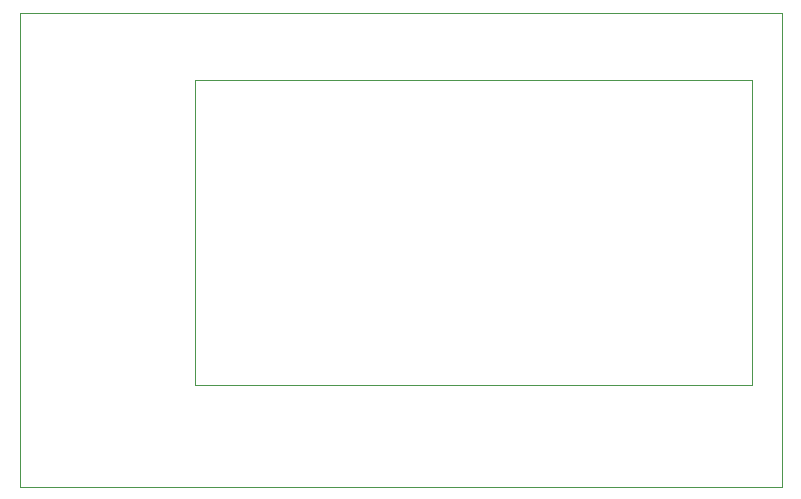
<source format=gm1>
%TF.GenerationSoftware,KiCad,Pcbnew,(5.1.6)-1*%
%TF.CreationDate,2020-10-16T10:26:54-04:00*%
%TF.ProjectId,heater,68656174-6572-42e6-9b69-6361645f7063,rev?*%
%TF.SameCoordinates,Original*%
%TF.FileFunction,Profile,NP*%
%FSLAX46Y46*%
G04 Gerber Fmt 4.6, Leading zero omitted, Abs format (unit mm)*
G04 Created by KiCad (PCBNEW (5.1.6)-1) date 2020-10-16 10:26:54*
%MOMM*%
%LPD*%
G01*
G04 APERTURE LIST*
%TA.AperFunction,Profile*%
%ADD10C,0.100000*%
%TD*%
G04 APERTURE END LIST*
D10*
X82296000Y-24003000D02*
X82296000Y-49784000D01*
X35179000Y-24003000D02*
X82296000Y-24003000D01*
X35179000Y-49784000D02*
X35179000Y-24003000D01*
X82296000Y-49784000D02*
X35179000Y-49784000D01*
X84836000Y-18288000D02*
X84836000Y-58420000D01*
X20320000Y-18288000D02*
X84836000Y-18288000D01*
X20320000Y-58420000D02*
X20320000Y-18288000D01*
X84836000Y-58420000D02*
X20320000Y-58420000D01*
M02*

</source>
